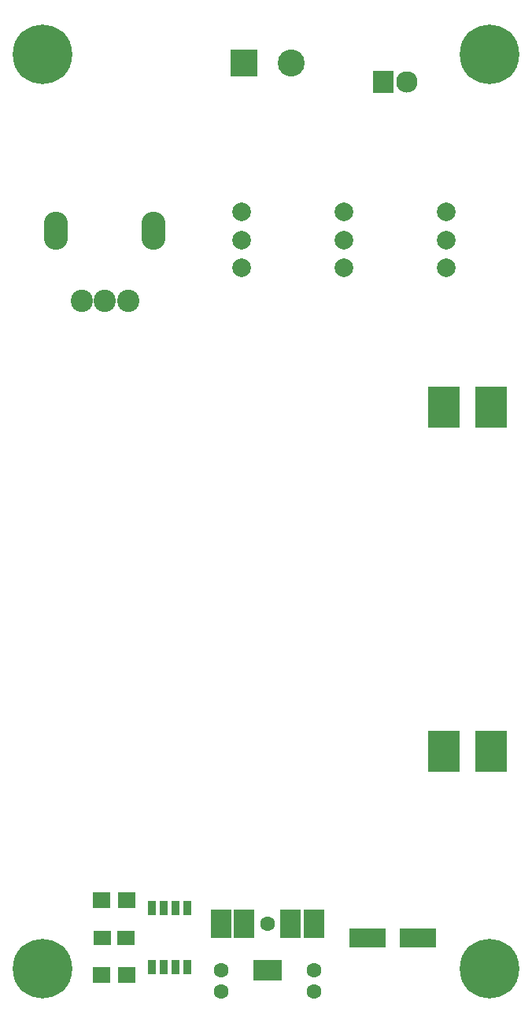
<source format=gbr>
G04 #@! TF.GenerationSoftware,KiCad,Pcbnew,(5.1.0-0)*
G04 #@! TF.CreationDate,2019-04-30T21:56:08-04:00*
G04 #@! TF.ProjectId,The Ear Tool,54686520-4561-4722-9054-6f6f6c2e6b69,1.3*
G04 #@! TF.SameCoordinates,Original*
G04 #@! TF.FileFunction,Soldermask,Bot*
G04 #@! TF.FilePolarity,Negative*
%FSLAX46Y46*%
G04 Gerber Fmt 4.6, Leading zero omitted, Abs format (unit mm)*
G04 Created by KiCad (PCBNEW (5.1.0-0)) date 2019-04-30 21:56:08*
%MOMM*%
%LPD*%
G04 APERTURE LIST*
%ADD10R,2.300000X2.400000*%
%ADD11C,2.300000*%
%ADD12R,3.400000X4.400000*%
%ADD13C,2.000000*%
%ADD14C,6.400000*%
%ADD15C,2.400000*%
%ADD16O,2.600000X4.100000*%
%ADD17R,3.100000X2.200000*%
%ADD18R,2.200000X3.100000*%
%ADD19C,1.600000*%
%ADD20R,3.900000X2.000000*%
%ADD21R,0.908000X1.543000*%
%ADD22R,2.900000X2.900000*%
%ADD23C,2.900000*%
%ADD24R,1.900000X1.650000*%
%ADD25R,1.900000X1.700000*%
G04 APERTURE END LIST*
D10*
X146000000Y-45000000D03*
D11*
X148540000Y-45000000D03*
D12*
X157540000Y-117000000D03*
X152460000Y-117000000D03*
X152460000Y-80000000D03*
X157540000Y-80000000D03*
D13*
X152750000Y-65000000D03*
X152750000Y-62000000D03*
X152750000Y-59000000D03*
X141750000Y-65000000D03*
X141750000Y-62000000D03*
X141750000Y-59000000D03*
D14*
X109300000Y-42000000D03*
X157400000Y-42000000D03*
X109300000Y-140300000D03*
X157400000Y-140300000D03*
D15*
X113500000Y-68500000D03*
X116000000Y-68500000D03*
X118500000Y-68500000D03*
D16*
X110750000Y-61000000D03*
X121250000Y-61000000D03*
D17*
X133500000Y-140500000D03*
D18*
X128500000Y-135500000D03*
X131000000Y-135500000D03*
X136000000Y-135500000D03*
X138500000Y-135500000D03*
D19*
X128500000Y-140500000D03*
X133500000Y-135500000D03*
X138500000Y-140500000D03*
X138500000Y-142750000D03*
X128500000Y-142750000D03*
D20*
X144300000Y-137000000D03*
X149700000Y-137000000D03*
D21*
X124905000Y-133825000D03*
X123635000Y-133825000D03*
X122365000Y-133825000D03*
X121095000Y-133825000D03*
X121095000Y-140175000D03*
X122365000Y-140175000D03*
X123635000Y-140175000D03*
X124905000Y-140175000D03*
D22*
X131000000Y-43000000D03*
D23*
X136080000Y-43000000D03*
D13*
X130750000Y-65000000D03*
X130750000Y-62000000D03*
X130750000Y-59000000D03*
D24*
X115750000Y-137000000D03*
X118250000Y-137000000D03*
D25*
X115650000Y-133000000D03*
X118350000Y-133000000D03*
X118350000Y-141000000D03*
X115650000Y-141000000D03*
M02*

</source>
